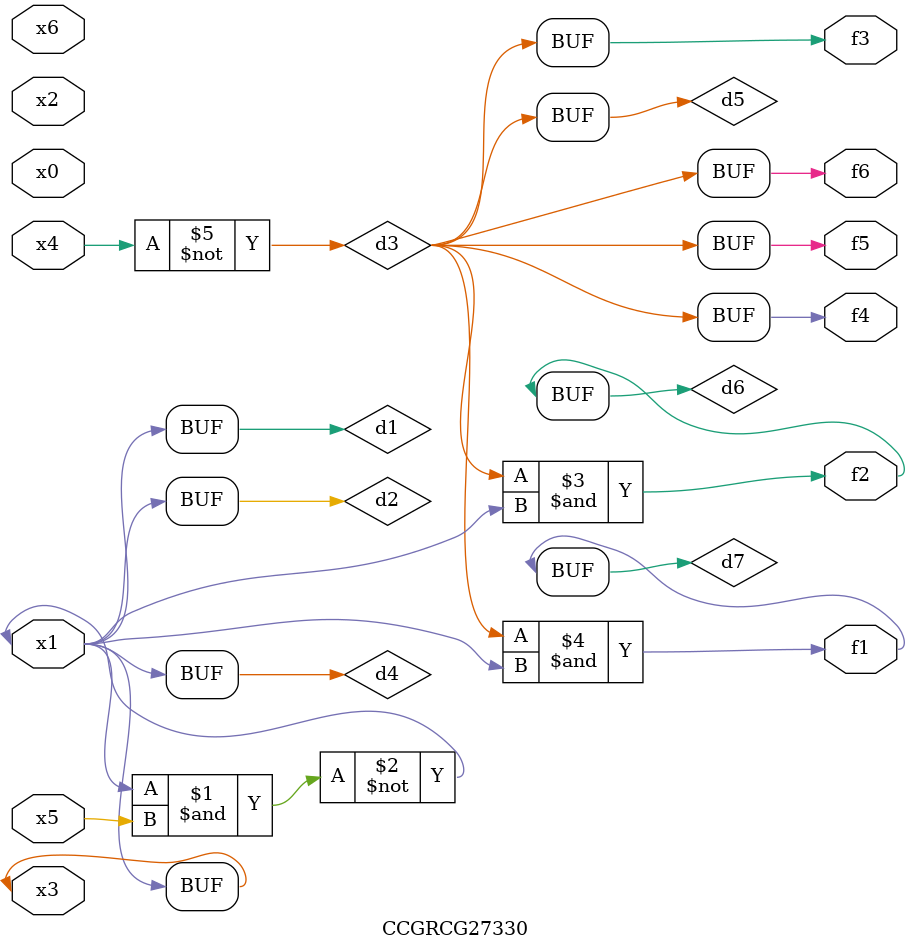
<source format=v>
module CCGRCG27330(
	input x0, x1, x2, x3, x4, x5, x6,
	output f1, f2, f3, f4, f5, f6
);

	wire d1, d2, d3, d4, d5, d6, d7;

	buf (d1, x1, x3);
	nand (d2, x1, x5);
	not (d3, x4);
	buf (d4, d1, d2);
	buf (d5, d3);
	and (d6, d3, d4);
	and (d7, d3, d4);
	assign f1 = d7;
	assign f2 = d6;
	assign f3 = d5;
	assign f4 = d5;
	assign f5 = d5;
	assign f6 = d5;
endmodule

</source>
